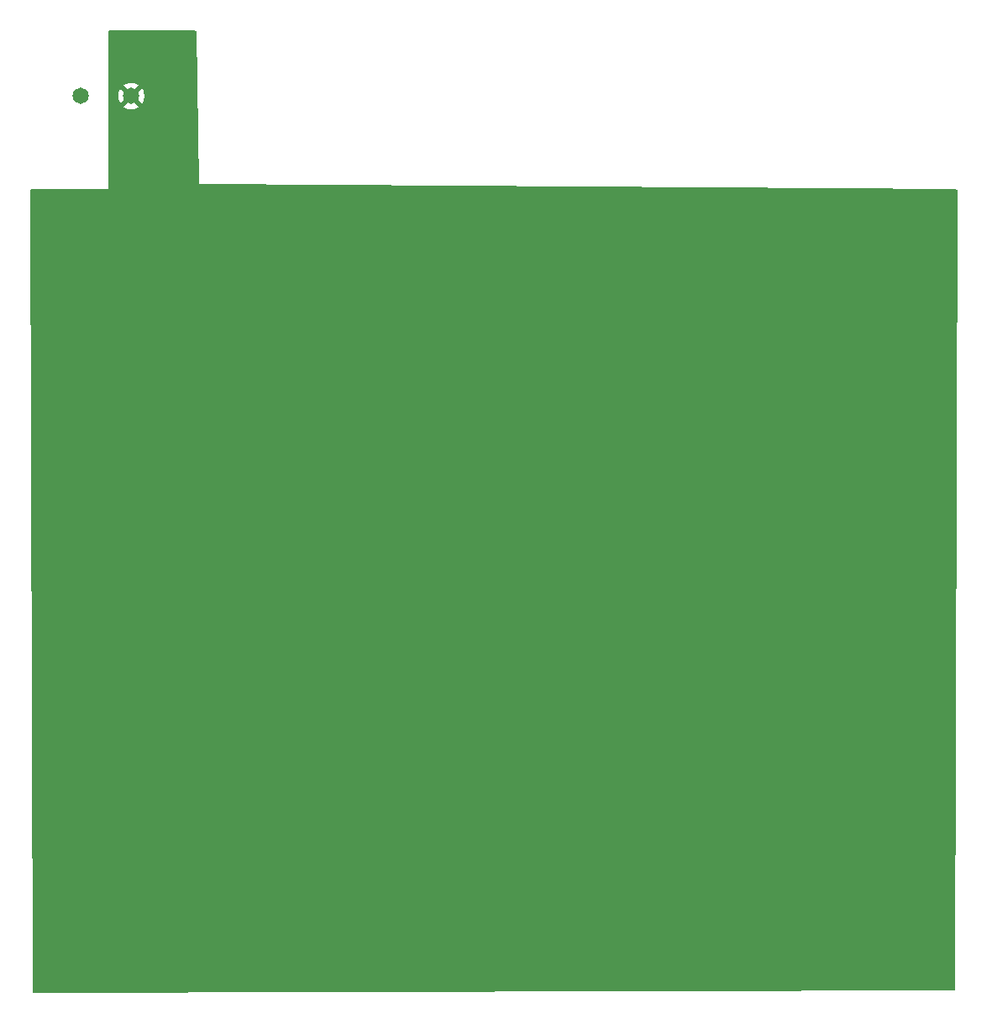
<source format=gbl>
%TF.GenerationSoftware,KiCad,Pcbnew,9.0.7*%
%TF.CreationDate,2026-02-25T22:42:23-06:00*%
%TF.ProjectId,grow_lights,67726f77-5f6c-4696-9768-74732e6b6963,rev?*%
%TF.SameCoordinates,Original*%
%TF.FileFunction,Copper,L2,Bot*%
%TF.FilePolarity,Positive*%
%FSLAX46Y46*%
G04 Gerber Fmt 4.6, Leading zero omitted, Abs format (unit mm)*
G04 Created by KiCad (PCBNEW 9.0.7) date 2026-02-25 22:42:23*
%MOMM*%
%LPD*%
G01*
G04 APERTURE LIST*
%TA.AperFunction,ComponentPad*%
%ADD10C,1.650000*%
%TD*%
%TA.AperFunction,ViaPad*%
%ADD11C,1.300000*%
%TD*%
G04 APERTURE END LIST*
D10*
%TO.P,J11,1,Pin_1*%
%TO.N,LEDS*%
X110536000Y-58928000D03*
%TO.P,J11,2,Pin_2*%
%TO.N,LED-*%
X115616000Y-58928000D03*
%TD*%
D11*
%TO.N,LED-*%
X142240000Y-135890000D03*
%TD*%
%TA.AperFunction,Conductor*%
%TO.N,LED-*%
G36*
X122119055Y-52343685D02*
G01*
X122164810Y-52396489D01*
X122175999Y-52445967D01*
X122427999Y-67818000D01*
X122943745Y-67821426D01*
X198758439Y-68325178D01*
X198825343Y-68345307D01*
X198870746Y-68398414D01*
X198881611Y-68449565D01*
X198628387Y-148974726D01*
X198608492Y-149041703D01*
X198555545Y-149087292D01*
X198504727Y-149098336D01*
X105787949Y-149351661D01*
X105720856Y-149332159D01*
X105674957Y-149279480D01*
X105663611Y-149228050D01*
X105663204Y-149098336D01*
X105410390Y-68450389D01*
X105429864Y-68383288D01*
X105482524Y-68337368D01*
X105534389Y-68326000D01*
X113284000Y-68326000D01*
X113284000Y-58823720D01*
X114291000Y-58823720D01*
X114291000Y-59032279D01*
X114323626Y-59238272D01*
X114388075Y-59436627D01*
X114482759Y-59622451D01*
X114518627Y-59671818D01*
X114518627Y-59671819D01*
X115092212Y-59098234D01*
X115103482Y-59140292D01*
X115175890Y-59265708D01*
X115278292Y-59368110D01*
X115403708Y-59440518D01*
X115445765Y-59451787D01*
X114872179Y-60025371D01*
X114872180Y-60025372D01*
X114921543Y-60061236D01*
X114921556Y-60061244D01*
X115107372Y-60155924D01*
X115305727Y-60220373D01*
X115511721Y-60253000D01*
X115720279Y-60253000D01*
X115926272Y-60220373D01*
X116124627Y-60155924D01*
X116310451Y-60061240D01*
X116359818Y-60025372D01*
X116359818Y-60025371D01*
X115786234Y-59451787D01*
X115828292Y-59440518D01*
X115953708Y-59368110D01*
X116056110Y-59265708D01*
X116128518Y-59140292D01*
X116139787Y-59098234D01*
X116713371Y-59671818D01*
X116713372Y-59671818D01*
X116749240Y-59622451D01*
X116843924Y-59436627D01*
X116908373Y-59238272D01*
X116941000Y-59032279D01*
X116941000Y-58823720D01*
X116908373Y-58617727D01*
X116843924Y-58419372D01*
X116749244Y-58233556D01*
X116749236Y-58233543D01*
X116713372Y-58184180D01*
X116713371Y-58184179D01*
X116139787Y-58757764D01*
X116128518Y-58715708D01*
X116056110Y-58590292D01*
X115953708Y-58487890D01*
X115828292Y-58415482D01*
X115786233Y-58404212D01*
X116359819Y-57830627D01*
X116310451Y-57794759D01*
X116124627Y-57700075D01*
X115926272Y-57635626D01*
X115720279Y-57603000D01*
X115511721Y-57603000D01*
X115305727Y-57635626D01*
X115107372Y-57700075D01*
X114921552Y-57794757D01*
X114872180Y-57830627D01*
X115445766Y-58404212D01*
X115403708Y-58415482D01*
X115278292Y-58487890D01*
X115175890Y-58590292D01*
X115103482Y-58715708D01*
X115092212Y-58757765D01*
X114518627Y-58184180D01*
X114482757Y-58233552D01*
X114388075Y-58419372D01*
X114323626Y-58617727D01*
X114291000Y-58823720D01*
X113284000Y-58823720D01*
X113284000Y-52448000D01*
X113303685Y-52380961D01*
X113356489Y-52335206D01*
X113408000Y-52324000D01*
X122052016Y-52324000D01*
X122119055Y-52343685D01*
G37*
%TD.AperFunction*%
%TD*%
M02*

</source>
